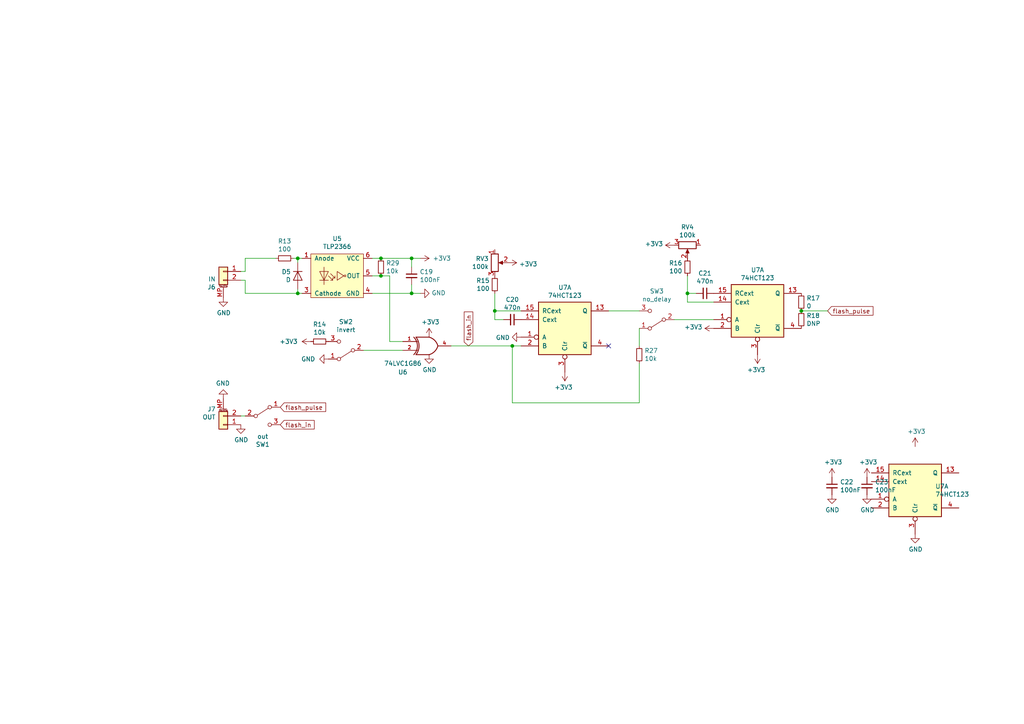
<source format=kicad_sch>
(kicad_sch (version 20211123) (generator eeschema)
  (paper "A4")
  (lib_symbols
    (symbol "74xGxx:74LVC1G86" (pin_names (offset 1.016))
      (property "Reference" "U" (at -2.54 3.81 0))
      (property "Value" "74LVC1G86" (at 0 -3.81 0))
      (symbol "74LVC1G86_0_1"
        (arc (start -4.445 -2.54) (mid -3.3929 0) (end -4.445 2.54) (stroke (width 0.254)))
        (arc (start -3.81 -2.54) (mid -2.919 0) (end -3.81 2.54) (stroke (width 0.254)))
        (arc (start 0 -2.54) (mid 1.601 -1.601) (end 2.54 0) (stroke (width 0.254)))
        (polyline (pts (xy -3.81 -1.27) (xy -3.175 -1.27)))
        (polyline (pts (xy -3.81 1.27) (xy -3.175 1.27)))
        (polyline (pts (xy 0 -2.54) (xy -3.81 -2.54)) (stroke (width 0.254)) (fill (type background)))
        (polyline (pts (xy 0 2.54) (xy -3.81 2.54)) (stroke (width 0.254)) (fill (type background)))
        (arc (start 2.54 0) (mid 1.6136 1.6136) (end 0 2.54) (stroke (width 0.254)))
      )
      (symbol "74LVC1G86_1_1"
        (pin input line (at -7.62 1.27 0) (length 3.81) (name "~") (number "1"))
        (pin input line (at -7.62 -1.27 0) (length 3.81) (name "~") (number "2"))
        (pin power_in line (at 0 -2.54 270) (length 0) hide (name "GND") (number "3"))
        (pin output line (at 6.35 0 180) (length 3.81) (name "~") (number "4"))
        (pin power_in line (at 0 2.54 90) (length 0) hide (name "VCC") (number "5"))
      )
    )
    (symbol "74xx:74HCT123" (pin_names (offset 1.016))
      (property "Reference" "U" (at -7.62 8.89 0))
      (property "Value" "74HCT123" (at -7.62 -8.89 0))
      (symbol "74HCT123_1_0"
        (pin input inverted (at -12.7 -2.54 0) (length 5.08) (name "A") (number "1"))
        (pin output line (at 12.7 5.08 180) (length 5.08) (name "Q") (number "13"))
        (pin input line (at -12.7 2.54 0) (length 5.08) (name "Cext") (number "14"))
        (pin input line (at -12.7 5.08 0) (length 5.08) (name "RCext") (number "15"))
        (pin input line (at -12.7 -5.08 0) (length 5.08) (name "B") (number "2"))
        (pin input inverted (at 0 -12.7 90) (length 5.08) (name "Clr") (number "3"))
        (pin output line (at 12.7 -5.08 180) (length 5.08) (name "~{Q}") (number "4"))
      )
      (symbol "74HCT123_1_1"
        (rectangle (start -7.62 7.62) (end 7.62 -7.62) (stroke (width 0.254)) (fill (type background)))
      )
      (symbol "74HCT123_2_0"
        (pin input line (at -12.7 -5.08 0) (length 5.08) (name "B") (number "10"))
        (pin input inverted (at 0 -12.7 90) (length 5.08) (name "Clr") (number "11"))
        (pin output line (at 12.7 -5.08 180) (length 5.08) (name "~{Q}") (number "12"))
        (pin output line (at 12.7 5.08 180) (length 5.08) (name "Q") (number "5"))
        (pin input line (at -12.7 5.08 0) (length 5.08) (name "Cext") (number "6"))
        (pin input line (at -12.7 2.54 0) (length 5.08) (name "RCext") (number "7"))
        (pin input inverted (at -12.7 -2.54 0) (length 5.08) (name "A") (number "9"))
      )
      (symbol "74HCT123_2_1"
        (rectangle (start -7.62 7.62) (end 7.62 -7.62) (stroke (width 0.254)) (fill (type background)))
      )
      (symbol "74HCT123_3_0"
        (pin power_in line (at 0 12.7 270) (length 5.08) (name "VCC") (number "16"))
        (pin power_in line (at 0 -12.7 90) (length 5.08) (name "GND") (number "8"))
      )
      (symbol "74HCT123_3_1"
        (rectangle (start -5.08 7.62) (end 5.08 -7.62) (stroke (width 0.254)) (fill (type background)))
      )
    )
    (symbol "Connector_Generic_MountingPin:Conn_01x02_MountingPin" (pin_names (offset 1.016) hide)
      (property "Reference" "J" (at 0 2.54 0))
      (property "Value" "Conn_01x02_MountingPin" (at 1.27 -5.08 0))
      (symbol "Conn_01x02_MountingPin_1_1"
        (rectangle (start -1.27 -2.413) (end 0 -2.667) (stroke (width 0.1524)))
        (rectangle (start -1.27 0.127) (end 0 -0.127) (stroke (width 0.1524)))
        (rectangle (start -1.27 1.27) (end 1.27 -3.81) (stroke (width 0.254)) (fill (type background)))
        (polyline (pts (xy -1.016 -4.572) (xy 1.016 -4.572)) (stroke (width 0.1524)))
        (text "Mounting" (at 0 -4.191 0) (effects (font (size 0.381 0.381))))
        (pin passive line (at -5.08 0 0) (length 3.81) (name "Pin_1") (number "1"))
        (pin passive line (at -5.08 -2.54 0) (length 3.81) (name "Pin_2") (number "2"))
        (pin passive line (at 0 -7.62 90) (length 3.048) (name "MountPin") (number "MP"))
      )
    )
    (symbol "Device:C_Small" (pin_numbers hide) (pin_names (offset 0.254) hide)
      (property "Reference" "C" (at 0.254 1.778 0))
      (property "Value" "C_Small" (at 0.254 -2.032 0))
      (symbol "C_Small_0_1"
        (polyline (pts (xy -1.524 -0.508) (xy 1.524 -0.508)) (stroke (width 0.3302)))
        (polyline (pts (xy -1.524 0.508) (xy 1.524 0.508)) (stroke (width 0.3048)))
      )
      (symbol "C_Small_1_1"
        (pin passive line (at 0 2.54 270) (length 2.032) (name "~") (number "1"))
        (pin passive line (at 0 -2.54 90) (length 2.032) (name "~") (number "2"))
      )
    )
    (symbol "Device:D" (pin_numbers hide) (pin_names (offset 1.016) hide)
      (property "Reference" "D" (at 0 2.54 0))
      (property "Value" "D" (at 0 -2.54 0))
      (symbol "D_0_1"
        (polyline (pts (xy -1.27 1.27) (xy -1.27 -1.27)) (stroke (width 0.2032)))
        (polyline (pts (xy 1.27 0) (xy -1.27 0)))
        (polyline (pts (xy 1.27 1.27) (xy 1.27 -1.27) (xy -1.27 0) (xy 1.27 1.27)) (stroke (width 0.2032)))
      )
      (symbol "D_1_1"
        (pin passive line (at -3.81 0 0) (length 2.54) (name "K") (number "1"))
        (pin passive line (at 3.81 0 180) (length 2.54) (name "A") (number "2"))
      )
    )
    (symbol "Device:R_POT" (pin_names (offset 1.016) hide)
      (property "Reference" "RV" (at -4.445 0 90))
      (property "Value" "R_POT" (at -2.54 0 90))
      (symbol "R_POT_0_1"
        (polyline (pts (xy 2.54 0) (xy 1.524 0)))
        (polyline (pts (xy 1.143 0) (xy 2.286 0.508) (xy 2.286 -0.508) (xy 1.143 0)) (fill (type outline)))
        (rectangle (start 1.016 2.54) (end -1.016 -2.54) (stroke (width 0.254)))
      )
      (symbol "R_POT_1_1"
        (pin passive line (at 0 3.81 270) (length 1.27) (name "1") (number "1"))
        (pin passive line (at 3.81 0 180) (length 1.27) (name "2") (number "2"))
        (pin passive line (at 0 -3.81 90) (length 1.27) (name "3") (number "3"))
      )
    )
    (symbol "Device:R_Small" (pin_numbers hide) (pin_names (offset 0.254) hide)
      (property "Reference" "R" (at 0.762 0.508 0))
      (property "Value" "R_Small" (at 0.762 -1.016 0))
      (symbol "R_Small_0_1"
        (rectangle (start -0.762 1.778) (end 0.762 -1.778) (stroke (width 0.2032)))
      )
      (symbol "R_Small_1_1"
        (pin passive line (at 0 2.54 270) (length 0.762) (name "~") (number "1"))
        (pin passive line (at 0 -2.54 90) (length 0.762) (name "~") (number "2"))
      )
    )
    (symbol "Switch:SW_SPDT" (pin_names (offset 0) hide)
      (property "Reference" "SW" (at 0 4.318 0))
      (property "Value" "SW_SPDT" (at 0 -5.08 0))
      (symbol "SW_SPDT_0_0"
        (circle (center -2.032 0) (radius 0.508))
        (circle (center 2.032 -2.54) (radius 0.508))
      )
      (symbol "SW_SPDT_0_1"
        (polyline (pts (xy -1.524 0.254) (xy 1.651 2.286)))
        (circle (center 2.032 2.54) (radius 0.508))
      )
      (symbol "SW_SPDT_1_1"
        (pin passive line (at 5.08 2.54 180) (length 2.54) (name "A") (number "1"))
        (pin passive line (at -5.08 0 0) (length 2.54) (name "B") (number "2"))
        (pin passive line (at 5.08 -2.54 180) (length 2.54) (name "C") (number "3"))
      )
    )
    (symbol "camera-flash-rescue:TLP2366-otter" (pin_names (offset 1.016))
      (property "Reference" "U" (at 0 10.16 0))
      (property "Value" "TLP2366-otter" (at 0 8.255 0))
      (symbol "TLP2366-otter_0_1"
        (rectangle (start -7.62 6.35) (end 7.62 -6.35) (fill (type background)))
        (polyline (pts (xy -5.08 -1.27) (xy -2.54 -1.27)))
        (polyline (pts (xy -3.81 2.54) (xy -3.81 -2.54)))
        (polyline (pts (xy -2.54 0) (xy -1.27 -1.27)))
        (polyline (pts (xy -1.27 -1.27) (xy -1.905 -1.27)))
        (polyline (pts (xy -1.27 -1.27) (xy -1.27 -0.635)))
        (polyline (pts (xy -0.635 -0.635) (xy -0.635 0)))
        (polyline (pts (xy -1.905 0.635) (xy -0.635 -0.635) (xy -1.27 -0.635)))
        (polyline (pts (xy -3.81 -1.27) (xy -5.08 1.27) (xy -2.54 1.27) (xy -3.81 -1.27)))
        (polyline (pts (xy 1.905 0) (xy 0 -1.27) (xy 0 1.27) (xy 1.905 0)))
        (circle (center 2.286 0) (radius 0.254))
      )
      (symbol "TLP2366-otter_1_1"
        (pin input line (at -10.16 5.08 0) (length 2.54) (name "Anode") (number "1"))
        (pin input line (at -10.16 -5.08 0) (length 2.54) (name "Cathode") (number "3"))
        (pin input line (at 10.16 -5.08 180) (length 2.54) (name "GND") (number "4"))
        (pin input line (at 10.16 0 180) (length 2.54) (name "OUT") (number "5"))
        (pin input line (at 10.16 5.08 180) (length 2.54) (name "VCC") (number "6"))
      )
    )
    (symbol "power:+3.3V" (power) (pin_names (offset 0))
      (property "Value" "+3.3V" (at 0 3.556 0))
      (symbol "+3.3V_0_1"
        (polyline (pts (xy -0.762 1.27) (xy 0 2.54)))
        (polyline (pts (xy 0 0) (xy 0 2.54)))
        (polyline (pts (xy 0 2.54) (xy 0.762 1.27)))
      )
      (symbol "+3.3V_1_1"
        (pin power_in line (at 0 0 90) (length 0) hide (name "+3V3") (number "1"))
      )
    )
    (symbol "power:GND" (power) (pin_names (offset 0))
      (property "Value" "GND" (at 0 -3.81 0))
      (symbol "GND_0_1"
        (polyline (pts (xy 0 0) (xy 0 -1.27) (xy 1.27 -1.27) (xy 0 -2.54) (xy -1.27 -1.27) (xy 0 -1.27)))
      )
      (symbol "GND_1_1"
        (pin power_in line (at 0 0 270) (length 0) hide (name "GND") (number "1"))
      )
    )
  )
  (junction (at 232.41 90.17))
  (junction (at 148.59 100.33))
  (junction (at 119.38 85.09))
  (junction (at 199.39 85.09))
  (junction (at 86.36 74.93))
  (junction (at 86.36 85.09))
  (junction (at 110.49 80.01))
  (junction (at 119.38 74.93))
  (junction (at 110.49 74.93))
  (junction (at 143.51 90.17))
  (no_connect (at 176.53 100.33))
  (wire (pts (xy 130.81 100.33) (xy 148.59 100.33)))
  (wire (pts (xy 119.38 74.93) (xy 119.38 77.47)))
  (wire (pts (xy 195.58 92.71) (xy 207.01 92.71)))
  (wire (pts (xy 107.95 85.09) (xy 119.38 85.09)))
  (wire (pts (xy 107.95 80.01) (xy 110.49 80.01)))
  (wire (pts (xy 105.41 101.6) (xy 116.84 101.6)))
  (wire (pts (xy 143.51 92.71) (xy 146.05 92.71)))
  (wire (pts (xy 116.84 99.06) (xy 113.03 99.06)))
  (wire (pts (xy 71.12 85.09) (xy 86.36 85.09)))
  (wire (pts (xy 71.12 81.28) (xy 71.12 85.09)))
  (wire (pts (xy 199.39 85.09) (xy 199.39 87.63)))
  (wire (pts (xy 69.85 120.65) (xy 71.12 120.65)))
  (wire (pts (xy 185.42 105.41) (xy 185.42 116.84)))
  (wire (pts (xy 185.42 95.25) (xy 185.42 100.33)))
  (wire (pts (xy 69.85 81.28) (xy 71.12 81.28)))
  (wire (pts (xy 110.49 80.01) (xy 113.03 80.01)))
  (wire (pts (xy 110.49 74.93) (xy 107.95 74.93)))
  (wire (pts (xy 151.13 90.17) (xy 143.51 90.17)))
  (wire (pts (xy 113.03 99.06) (xy 113.03 80.01)))
  (wire (pts (xy 119.38 74.93) (xy 110.49 74.93)))
  (wire (pts (xy 201.93 85.09) (xy 199.39 85.09)))
  (wire (pts (xy 199.39 80.01) (xy 199.39 85.09)))
  (wire (pts (xy 232.41 90.17) (xy 240.03 90.17)))
  (wire (pts (xy 119.38 85.09) (xy 119.38 82.55)))
  (wire (pts (xy 185.42 116.84) (xy 148.59 116.84)))
  (wire (pts (xy 185.42 90.17) (xy 176.53 90.17)))
  (wire (pts (xy 86.36 83.82) (xy 86.36 85.09)))
  (wire (pts (xy 71.12 74.93) (xy 71.12 78.74)))
  (wire (pts (xy 86.36 76.2) (xy 86.36 74.93)))
  (wire (pts (xy 143.51 90.17) (xy 143.51 92.71)))
  (wire (pts (xy 199.39 87.63) (xy 207.01 87.63)))
  (wire (pts (xy 143.51 90.17) (xy 143.51 85.09)))
  (wire (pts (xy 148.59 116.84) (xy 148.59 100.33)))
  (wire (pts (xy 121.92 74.93) (xy 119.38 74.93)))
  (wire (pts (xy 71.12 78.74) (xy 69.85 78.74)))
  (wire (pts (xy 86.36 74.93) (xy 87.63 74.93)))
  (wire (pts (xy 119.38 85.09) (xy 121.92 85.09)))
  (wire (pts (xy 148.59 100.33) (xy 151.13 100.33)))
  (wire (pts (xy 85.09 74.93) (xy 86.36 74.93)))
  (wire (pts (xy 71.12 74.93) (xy 80.01 74.93)))
  (wire (pts (xy 86.36 85.09) (xy 87.63 85.09)))
  (global_label "flash_in" (shape input) (at 135.89 100.33 90) (property "Intersheet References" "${INTERSHEET_REFS}" (effects hide)))
  (global_label "flash_pulse" (shape input) (at 81.28 118.11 0) (property "Intersheet References" "${INTERSHEET_REFS}" (effects hide)))
  (global_label "flash_in" (shape input) (at 81.28 123.19 0) (property "Intersheet References" "${INTERSHEET_REFS}" (effects hide)))
  (global_label "flash_pulse" (shape input) (at 240.03 90.17 0) (property "Intersheet References" "${INTERSHEET_REFS}" (effects hide)))
  (symbol (lib_id "power:GND") (at 121.92 85.09 90)
    (property "Reference" "#PWR0139" (effects hide))
    (property "Value" "GND" (at 125.1712 84.963 90) (effects (justify right)))
  )
  (symbol (lib_id "camera-flash-rescue:TLP2366-otter") (at 97.79 80.01 0)
    (property "Reference" "U5" (at 97.79 69.215 0))
    (property "Value" "TLP2366" (at 97.79 71.5264 0))
    (property "Footprint" "otter:SO6-5" (effects hide))
  )
  (symbol (lib_id "power:+3.3V") (at 121.92 74.93 270)
    (property "Reference" "#PWR0140" (effects hide))
    (property "Value" "+3.3V" (at 130.81 74.93 90) (effects (justify right)))
  )
  (symbol (lib_id "Device:C_Small") (at 119.38 80.01 0)
    (property "Reference" "C19" (at 121.7168 78.8416 0) (effects (justify left)))
    (property "Value" "100nF" (at 121.7168 81.153 0) (effects (justify left)))
    (property "Footprint" "otter:C_0603" (effects hide))
  )
  (symbol (lib_id "power:GND") (at 124.46 102.87 0)
    (property "Reference" "#PWR0141" (effects hide))
    (property "Value" "GND" (at 124.587 107.2642 0))
  )
  (symbol (lib_id "power:+3.3V") (at 124.46 97.79 0)
    (property "Reference" "#PWR0142" (effects hide))
    (property "Value" "+3.3V" (at 124.841 93.3958 0))
  )
  (symbol (lib_id "74xGxx:74LVC1G86") (at 124.46 100.33 0)
    (property "Reference" "U6" (at 116.84 107.95 0))
    (property "Value" "74LVC1G86" (at 116.84 105.41 0))
    (property "Footprint" "Package_TO_SOT_SMD:SOT-23-5" (effects hide))
    (property "Datasheet" "http://www.ti.com/lit/sg/scyt129e/scyt129e.pdf" (effects hide))
  )
  (symbol (lib_id "power:GND") (at 95.25 104.14 270)
    (property "Reference" "#PWR0143" (effects hide))
    (property "Value" "GND" (at 91.44 104.14 90) (effects (justify right)))
  )
  (symbol (lib_id "Device:R_Small") (at 82.55 74.93 270)
    (property "Reference" "R13" (at 82.55 69.9516 90))
    (property "Value" "100" (at 82.55 72.263 90))
    (property "Footprint" "otter:R_0603" (effects hide))
  )
  (symbol (lib_id "power:+3.3V") (at 90.17 99.06 90)
    (property "Reference" "#PWR0144" (effects hide))
    (property "Value" "+3.3V" (at 86.36 99.06 90) (effects (justify left)))
  )
  (symbol (lib_id "Device:D") (at 86.36 80.01 270)
    (property "Reference" "D5" (at 84.3788 78.8416 90) (effects (justify right)))
    (property "Value" "D" (at 84.3788 81.153 90) (effects (justify right)))
    (property "Footprint" "Diode_SMD:D_SOD-123F" (effects hide))
  )
  (symbol (lib_id "Switch:SW_SPDT") (at 100.33 101.6 180)
    (property "Reference" "SW2" (at 100.33 93.345 0))
    (property "Value" "invert" (at 100.33 95.6564 0))
    (property "Footprint" "otter:2P2T_R" (effects hide))
  )
  (symbol (lib_id "Device:R_Small") (at 92.71 99.06 270)
    (property "Reference" "R14" (at 92.71 94.0816 90))
    (property "Value" "10k" (at 92.71 96.393 90))
    (property "Footprint" "otter:R_0603" (effects hide))
  )
  (symbol (lib_id "74xx:74HCT123") (at 163.83 95.25 0)
    (property "Reference" "U7" (at 163.83 83.3882 0))
    (property "Value" "74HCT123" (at 163.83 85.6996 0))
    (property "Footprint" "Package_SO:TSSOP-16_4.4x5mm_P0.65mm" (effects hide))
    (property "Datasheet" "https://assets.nexperia.com/documents/data-sheet/74HC_HCT123.pdf" (effects hide))
  )
  (symbol (lib_id "74xx:74HCT123") (at 219.71 90.17 0)
    (property "Reference" "U7" (at 219.71 78.3082 0))
    (property "Value" "74HCT123" (at 219.71 80.6196 0))
    (property "Footprint" "Package_SO:TSSOP-16_4.4x5mm_P0.65mm" (effects hide))
    (property "Datasheet" "https://assets.nexperia.com/documents/data-sheet/74HC_HCT123.pdf" (effects hide))
  )
  (symbol (lib_id "power:GND") (at 151.13 97.79 270)
    (property "Reference" "#PWR0145" (effects hide))
    (property "Value" "GND" (at 147.8788 97.917 90) (effects (justify right)))
  )
  (symbol (lib_id "power:+3.3V") (at 163.83 107.95 180)
    (property "Reference" "#PWR0146" (effects hide))
    (property "Value" "+3.3V" (at 163.449 112.3442 0))
  )
  (symbol (lib_id "Device:C_Small") (at 148.59 92.71 270)
    (property "Reference" "C20" (at 148.59 86.8934 90))
    (property "Value" "470n" (at 148.59 89.2048 90))
    (property "Footprint" "otter:C_0603" (effects hide))
  )
  (symbol (lib_id "Device:R_POT") (at 143.51 76.2 0)
    (property "Reference" "RV3" (at 141.7574 75.0316 0) (effects (justify right)))
    (property "Value" "100k" (at 141.7574 77.343 0) (effects (justify right)))
    (property "Footprint" "otter:SV01A103AEA01R00" (effects hide))
  )
  (symbol (lib_id "Device:R_Small") (at 143.51 82.55 0)
    (property "Reference" "R15" (at 142.0368 81.3816 0) (effects (justify right)))
    (property "Value" "100" (at 142.0368 83.693 0) (effects (justify right)))
    (property "Footprint" "otter:R_0603" (effects hide))
  )
  (symbol (lib_id "power:+3.3V") (at 147.32 76.2 270)
    (property "Reference" "#PWR0147" (effects hide))
    (property "Value" "+3.3V" (at 150.5712 76.581 90) (effects (justify left)))
  )
  (symbol (lib_id "power:+3.3V") (at 207.01 95.25 90)
    (property "Reference" "#PWR0148" (effects hide))
    (property "Value" "+3.3V" (at 203.7588 94.869 90) (effects (justify left)))
  )
  (symbol (lib_id "power:+3.3V") (at 219.71 102.87 180)
    (property "Reference" "#PWR0149" (effects hide))
    (property "Value" "+3.3V" (at 219.329 107.2642 0))
  )
  (symbol (lib_id "Device:C_Small") (at 204.47 85.09 270)
    (property "Reference" "C21" (at 204.47 79.2734 90))
    (property "Value" "470n" (at 204.47 81.5848 90))
    (property "Footprint" "otter:C_0603" (effects hide))
  )
  (symbol (lib_id "Device:R_POT") (at 199.39 71.12 270)
    (property "Reference" "RV4" (at 199.39 65.8622 90))
    (property "Value" "100k" (at 199.39 68.1736 90))
    (property "Footprint" "otter:SV01A103AEA01R00" (effects hide))
  )
  (symbol (lib_id "Device:R_Small") (at 199.39 77.47 0)
    (property "Reference" "R16" (at 197.9168 76.3016 0) (effects (justify right)))
    (property "Value" "100" (at 197.9168 78.613 0) (effects (justify right)))
    (property "Footprint" "otter:R_0603" (effects hide))
  )
  (symbol (lib_id "power:+3.3V") (at 195.58 71.12 90)
    (property "Reference" "#PWR0150" (effects hide))
    (property "Value" "+3.3V" (at 192.3288 70.739 90) (effects (justify left)))
  )
  (symbol (lib_id "Connector_Generic_MountingPin:Conn_01x02_MountingPin") (at 64.77 78.74 0) (mirror y)
    (property "Reference" "J6" (at 62.5602 83.2612 0) (effects (justify left)))
    (property "Value" "IN" (at 62.5602 80.9498 0) (effects (justify left)))
    (property "Footprint" "Connector_Molex:Molex_PicoBlade_53261-0271_1x02-1MP_P1.25mm_Horizontal" (effects hide))
  )
  (symbol (lib_id "power:GND") (at 64.77 86.36 0)
    (property "Reference" "#PWR0151" (effects hide))
    (property "Value" "GND" (at 64.897 90.7542 0))
  )
  (symbol (lib_id "Connector_Generic_MountingPin:Conn_01x02_MountingPin") (at 64.77 123.19 180)
    (property "Reference" "J7" (at 62.5602 118.6688 0) (effects (justify left)))
    (property "Value" "OUT" (at 62.5602 120.9802 0) (effects (justify left)))
    (property "Footprint" "Connector_Molex:Molex_PicoBlade_53261-0271_1x02-1MP_P1.25mm_Horizontal" (effects hide))
  )
  (symbol (lib_id "power:GND") (at 64.77 115.57 180)
    (property "Reference" "#PWR0152" (effects hide))
    (property "Value" "GND" (at 64.643 111.1758 0))
  )
  (symbol (lib_id "Switch:SW_SPDT") (at 76.2 120.65 0)
    (property "Reference" "SW1" (at 76.2 128.905 0))
    (property "Value" "out" (at 76.2 126.5936 0))
    (property "Footprint" "otter:2P2T_R" (effects hide))
  )
  (symbol (lib_id "power:GND") (at 69.85 123.19 0)
    (property "Reference" "#PWR0153" (effects hide))
    (property "Value" "GND" (at 69.977 127.5842 0))
  )
  (symbol (lib_id "74xx:74HCT123") (at 265.43 142.24 0)
    (property "Reference" "U7" (at 271.272 141.0716 0) (effects (justify left)))
    (property "Value" "74HCT123" (at 271.272 143.383 0) (effects (justify left)))
    (property "Footprint" "Package_SO:TSSOP-16_4.4x5mm_P0.65mm" (effects hide))
    (property "Datasheet" "https://assets.nexperia.com/documents/data-sheet/74HC_HCT123.pdf" (effects hide))
  )
  (symbol (lib_id "Device:C_Small") (at 251.46 140.97 0)
    (property "Reference" "C23" (at 253.7968 139.8016 0) (effects (justify left)))
    (property "Value" "100nF" (at 253.7968 142.113 0) (effects (justify left)))
    (property "Footprint" "otter:C_0603" (effects hide))
  )
  (symbol (lib_id "power:+3.3V") (at 251.46 138.43 0)
    (property "Reference" "#PWR0154" (effects hide))
    (property "Value" "+3.3V" (at 251.841 134.0358 0))
  )
  (symbol (lib_id "power:GND") (at 251.46 143.51 0)
    (property "Reference" "#PWR0155" (effects hide))
    (property "Value" "GND" (at 251.587 147.9042 0))
  )
  (symbol (lib_id "power:+3.3V") (at 265.43 129.54 0)
    (property "Reference" "#PWR0156" (effects hide))
    (property "Value" "+3.3V" (at 265.811 125.1458 0))
  )
  (symbol (lib_id "power:GND") (at 265.43 154.94 0)
    (property "Reference" "#PWR0157" (effects hide))
    (property "Value" "GND" (at 265.557 159.3342 0))
  )
  (symbol (lib_id "Device:C_Small") (at 241.3 140.97 0)
    (property "Reference" "C22" (at 243.6368 139.8016 0) (effects (justify left)))
    (property "Value" "100nF" (at 243.6368 142.113 0) (effects (justify left)))
    (property "Footprint" "otter:C_0603" (effects hide))
  )
  (symbol (lib_id "power:+3.3V") (at 241.3 138.43 0)
    (property "Reference" "#PWR0158" (effects hide))
    (property "Value" "+3.3V" (at 241.681 134.0358 0))
  )
  (symbol (lib_id "power:GND") (at 241.3 143.51 0)
    (property "Reference" "#PWR0159" (effects hide))
    (property "Value" "GND" (at 241.427 147.9042 0))
  )
  (symbol (lib_id "Device:R_Small") (at 232.41 87.63 0)
    (property "Reference" "R17" (at 233.9086 86.4616 0) (effects (justify left)))
    (property "Value" "0" (at 233.9086 88.773 0) (effects (justify left)))
    (property "Footprint" "otter:R_0603" (effects hide))
  )
  (symbol (lib_id "Device:R_Small") (at 232.41 92.71 0)
    (property "Reference" "R18" (at 233.9086 91.5416 0) (effects (justify left)))
    (property "Value" "DNP" (at 233.9086 93.853 0) (effects (justify left)))
    (property "Footprint" "otter:R_0603" (effects hide))
  )
  (symbol (lib_id "Switch:SW_SPDT") (at 190.5 92.71 180)
    (property "Reference" "SW3" (at 190.5 84.455 0))
    (property "Value" "no_delay" (at 190.5 86.7664 0))
    (property "Footprint" "otter:2P2T_R" (effects hide))
  )
  (symbol (lib_id "Device:R_Small") (at 185.42 102.87 0)
    (property "Reference" "R27" (at 186.9186 101.7016 0) (effects (justify left)))
    (property "Value" "10k" (at 186.9186 104.013 0) (effects (justify left)))
    (property "Footprint" "otter:R_0603" (effects hide))
  )
  (symbol (lib_id "Device:R_Small") (at 110.49 77.47 0)
    (property "Reference" "R29" (at 111.9886 76.3016 0) (effects (justify left)))
    (property "Value" "10k" (at 111.9886 78.613 0) (effects (justify left)))
    (property "Footprint" "otter:R_0603" (effects hide))
  )
)
</source>
